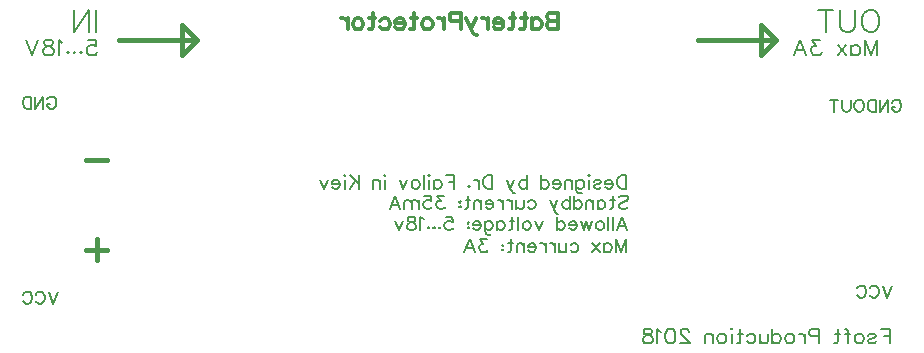
<source format=gbo>
G04 ---------------------------- Layer name :BOTTOM SILK LAYER*
G04 EasyEDA v5.6.15, Thu, 09 Aug 2018 00:10:23 GMT*
G04 1eb12ba90bff44d893ac4b1b4a3eba8c*
G04 Gerber Generator version 0.2*
G04 Scale: 100 percent, Rotated: No, Reflected: No *
G04 Dimensions in millimeters *
G04 leading zeros omitted , absolute positions ,3 integer and 3 decimal *
%FSLAX33Y33*%
%MOMM*%
G90*
G71D02*

%ADD11C,0.399999*%
%ADD15C,0.177800*%
%ADD16C,0.203200*%
%ADD17C,0.178003*%
%ADD39C,0.299999*%

%LPD*%
G54D11*
G01X10160Y27940D02*
G01X16764Y27940D01*
G01X15494Y29210D01*
G01X15494Y26670D01*
G01X16764Y27940D01*
G01X59182Y27940D02*
G01X65786Y27940D01*
G01X64516Y29210D01*
G01X64516Y26670D01*
G01X65786Y27940D01*
G01X7366Y17780D02*
G01X9144Y17780D01*
G01X8255Y9271D02*
G01X8255Y11049D01*
G01X7366Y10160D02*
G01X9144Y10160D01*
G54D39*
G01X47365Y30226D02*
G01X47365Y28794D01*
G01X47365Y30226D02*
G01X46751Y30226D01*
G01X46546Y30157D01*
G01X46478Y30089D01*
G01X46410Y29953D01*
G01X46410Y29816D01*
G01X46478Y29680D01*
G01X46546Y29612D01*
G01X46751Y29544D01*
G01X47365Y29544D02*
G01X46751Y29544D01*
G01X46546Y29475D01*
G01X46478Y29407D01*
G01X46410Y29271D01*
G01X46410Y29066D01*
G01X46478Y28930D01*
G01X46546Y28862D01*
G01X46751Y28794D01*
G01X47365Y28794D01*
G01X45142Y29748D02*
G01X45142Y28794D01*
G01X45142Y29544D02*
G01X45278Y29680D01*
G01X45415Y29748D01*
G01X45619Y29748D01*
G01X45755Y29680D01*
G01X45892Y29544D01*
G01X45960Y29339D01*
G01X45960Y29203D01*
G01X45892Y28998D01*
G01X45755Y28862D01*
G01X45619Y28794D01*
G01X45415Y28794D01*
G01X45278Y28862D01*
G01X45142Y28998D01*
G01X44487Y30226D02*
G01X44487Y29066D01*
G01X44419Y28862D01*
G01X44283Y28794D01*
G01X44146Y28794D01*
G01X44692Y29748D02*
G01X44215Y29748D01*
G01X43492Y30226D02*
G01X43492Y29066D01*
G01X43424Y28862D01*
G01X43287Y28794D01*
G01X43151Y28794D01*
G01X43696Y29748D02*
G01X43219Y29748D01*
G01X42701Y29339D02*
G01X41883Y29339D01*
G01X41883Y29475D01*
G01X41951Y29612D01*
G01X42019Y29680D01*
G01X42155Y29748D01*
G01X42360Y29748D01*
G01X42496Y29680D01*
G01X42633Y29544D01*
G01X42701Y29339D01*
G01X42701Y29203D01*
G01X42633Y28998D01*
G01X42496Y28862D01*
G01X42360Y28794D01*
G01X42155Y28794D01*
G01X42019Y28862D01*
G01X41883Y28998D01*
G01X41433Y29748D02*
G01X41433Y28794D01*
G01X41433Y29339D02*
G01X41365Y29544D01*
G01X41228Y29680D01*
G01X41092Y29748D01*
G01X40887Y29748D01*
G01X40369Y29748D02*
G01X39960Y28794D01*
G01X39551Y29748D02*
G01X39960Y28794D01*
G01X40096Y28521D01*
G01X40233Y28385D01*
G01X40369Y28316D01*
G01X40437Y28316D01*
G01X39101Y30226D02*
G01X39101Y28794D01*
G01X39101Y30226D02*
G01X38487Y30226D01*
G01X38283Y30157D01*
G01X38215Y30089D01*
G01X38146Y29953D01*
G01X38146Y29748D01*
G01X38215Y29612D01*
G01X38283Y29544D01*
G01X38487Y29475D01*
G01X39101Y29475D01*
G01X37696Y29748D02*
G01X37696Y28794D01*
G01X37696Y29339D02*
G01X37628Y29544D01*
G01X37492Y29680D01*
G01X37356Y29748D01*
G01X37151Y29748D01*
G01X36360Y29748D02*
G01X36496Y29680D01*
G01X36633Y29544D01*
G01X36701Y29339D01*
G01X36701Y29203D01*
G01X36633Y28998D01*
G01X36496Y28862D01*
G01X36360Y28794D01*
G01X36156Y28794D01*
G01X36019Y28862D01*
G01X35883Y28998D01*
G01X35815Y29203D01*
G01X35815Y29339D01*
G01X35883Y29544D01*
G01X36019Y29680D01*
G01X36156Y29748D01*
G01X36360Y29748D01*
G01X35160Y30226D02*
G01X35160Y29066D01*
G01X35092Y28862D01*
G01X34956Y28794D01*
G01X34819Y28794D01*
G01X35365Y29748D02*
G01X34887Y29748D01*
G01X34369Y29339D02*
G01X33551Y29339D01*
G01X33551Y29475D01*
G01X33619Y29612D01*
G01X33687Y29680D01*
G01X33824Y29748D01*
G01X34028Y29748D01*
G01X34165Y29680D01*
G01X34301Y29544D01*
G01X34369Y29339D01*
G01X34369Y29203D01*
G01X34301Y28998D01*
G01X34165Y28862D01*
G01X34028Y28794D01*
G01X33824Y28794D01*
G01X33687Y28862D01*
G01X33551Y28998D01*
G01X32283Y29544D02*
G01X32419Y29680D01*
G01X32556Y29748D01*
G01X32760Y29748D01*
G01X32896Y29680D01*
G01X33033Y29544D01*
G01X33101Y29339D01*
G01X33101Y29203D01*
G01X33033Y28998D01*
G01X32896Y28862D01*
G01X32760Y28794D01*
G01X32556Y28794D01*
G01X32419Y28862D01*
G01X32283Y28998D01*
G01X31628Y30226D02*
G01X31628Y29066D01*
G01X31560Y28862D01*
G01X31424Y28794D01*
G01X31287Y28794D01*
G01X31833Y29748D02*
G01X31356Y29748D01*
G01X30496Y29748D02*
G01X30633Y29680D01*
G01X30769Y29544D01*
G01X30837Y29339D01*
G01X30837Y29203D01*
G01X30769Y28998D01*
G01X30633Y28862D01*
G01X30496Y28794D01*
G01X30292Y28794D01*
G01X30156Y28862D01*
G01X30019Y28998D01*
G01X29951Y29203D01*
G01X29951Y29339D01*
G01X30019Y29544D01*
G01X30156Y29680D01*
G01X30292Y29748D01*
G01X30496Y29748D01*
G01X29501Y29748D02*
G01X29501Y28794D01*
G01X29501Y29339D02*
G01X29433Y29544D01*
G01X29296Y29680D01*
G01X29160Y29748D01*
G01X28956Y29748D01*
G54D16*
G01X75412Y3455D02*
G01X75412Y2214D01*
G01X75412Y3455D02*
G01X74644Y3455D01*
G01X75412Y2864D02*
G01X74940Y2864D01*
G01X73604Y2864D02*
G01X73663Y2982D01*
G01X73841Y3041D01*
G01X74018Y3041D01*
G01X74195Y2982D01*
G01X74254Y2864D01*
G01X74195Y2746D01*
G01X74077Y2687D01*
G01X73781Y2628D01*
G01X73663Y2568D01*
G01X73604Y2450D01*
G01X73604Y2391D01*
G01X73663Y2273D01*
G01X73841Y2214D01*
G01X74018Y2214D01*
G01X74195Y2273D01*
G01X74254Y2391D01*
G01X72919Y3041D02*
G01X73037Y2982D01*
G01X73155Y2864D01*
G01X73214Y2687D01*
G01X73214Y2568D01*
G01X73155Y2391D01*
G01X73037Y2273D01*
G01X72919Y2214D01*
G01X72741Y2214D01*
G01X72623Y2273D01*
G01X72505Y2391D01*
G01X72446Y2568D01*
G01X72446Y2687D01*
G01X72505Y2864D01*
G01X72623Y2982D01*
G01X72741Y3041D01*
G01X72919Y3041D01*
G01X71583Y3455D02*
G01X71701Y3455D01*
G01X71820Y3396D01*
G01X71879Y3218D01*
G01X71879Y2214D01*
G01X72056Y3041D02*
G01X71642Y3041D01*
G01X71016Y3455D02*
G01X71016Y2450D01*
G01X70957Y2273D01*
G01X70839Y2214D01*
G01X70721Y2214D01*
G01X71193Y3041D02*
G01X70780Y3041D01*
G01X69421Y3455D02*
G01X69421Y2214D01*
G01X69421Y3455D02*
G01X68889Y3455D01*
G01X68711Y3396D01*
G01X68652Y3337D01*
G01X68593Y3218D01*
G01X68593Y3041D01*
G01X68652Y2923D01*
G01X68711Y2864D01*
G01X68889Y2805D01*
G01X69421Y2805D01*
G01X68203Y3041D02*
G01X68203Y2214D01*
G01X68203Y2687D02*
G01X68144Y2864D01*
G01X68026Y2982D01*
G01X67908Y3041D01*
G01X67731Y3041D01*
G01X67045Y3041D02*
G01X67163Y2982D01*
G01X67281Y2864D01*
G01X67341Y2687D01*
G01X67341Y2568D01*
G01X67281Y2391D01*
G01X67163Y2273D01*
G01X67045Y2214D01*
G01X66868Y2214D01*
G01X66750Y2273D01*
G01X66631Y2391D01*
G01X66572Y2568D01*
G01X66572Y2687D01*
G01X66631Y2864D01*
G01X66750Y2982D01*
G01X66868Y3041D01*
G01X67045Y3041D01*
G01X65473Y3455D02*
G01X65473Y2214D01*
G01X65473Y2864D02*
G01X65591Y2982D01*
G01X65710Y3041D01*
G01X65887Y3041D01*
G01X66005Y2982D01*
G01X66123Y2864D01*
G01X66182Y2687D01*
G01X66182Y2568D01*
G01X66123Y2391D01*
G01X66005Y2273D01*
G01X65887Y2214D01*
G01X65710Y2214D01*
G01X65591Y2273D01*
G01X65473Y2391D01*
G01X65083Y3041D02*
G01X65083Y2450D01*
G01X65024Y2273D01*
G01X64906Y2214D01*
G01X64729Y2214D01*
G01X64611Y2273D01*
G01X64433Y2450D01*
G01X64433Y3041D02*
G01X64433Y2214D01*
G01X63334Y2864D02*
G01X63452Y2982D01*
G01X63571Y3041D01*
G01X63748Y3041D01*
G01X63866Y2982D01*
G01X63984Y2864D01*
G01X64043Y2687D01*
G01X64043Y2568D01*
G01X63984Y2391D01*
G01X63866Y2273D01*
G01X63748Y2214D01*
G01X63571Y2214D01*
G01X63452Y2273D01*
G01X63334Y2391D01*
G01X62767Y3455D02*
G01X62767Y2450D01*
G01X62708Y2273D01*
G01X62590Y2214D01*
G01X62471Y2214D01*
G01X62944Y3041D02*
G01X62531Y3041D01*
G01X62081Y3455D02*
G01X62022Y3396D01*
G01X61963Y3455D01*
G01X62022Y3514D01*
G01X62081Y3455D01*
G01X62022Y3041D02*
G01X62022Y2214D01*
G01X61278Y3041D02*
G01X61396Y2982D01*
G01X61514Y2864D01*
G01X61573Y2687D01*
G01X61573Y2568D01*
G01X61514Y2391D01*
G01X61396Y2273D01*
G01X61278Y2214D01*
G01X61101Y2214D01*
G01X60982Y2273D01*
G01X60864Y2391D01*
G01X60805Y2568D01*
G01X60805Y2687D01*
G01X60864Y2864D01*
G01X60982Y2982D01*
G01X61101Y3041D01*
G01X61278Y3041D01*
G01X60415Y3041D02*
G01X60415Y2214D01*
G01X60415Y2805D02*
G01X60238Y2982D01*
G01X60120Y3041D01*
G01X59942Y3041D01*
G01X59824Y2982D01*
G01X59765Y2805D01*
G01X59765Y2214D01*
G01X58406Y3159D02*
G01X58406Y3218D01*
G01X58347Y3337D01*
G01X58288Y3396D01*
G01X58170Y3455D01*
G01X57933Y3455D01*
G01X57815Y3396D01*
G01X57756Y3337D01*
G01X57697Y3218D01*
G01X57697Y3100D01*
G01X57756Y2982D01*
G01X57874Y2805D01*
G01X58465Y2214D01*
G01X57638Y2214D01*
G01X56893Y3455D02*
G01X57071Y3396D01*
G01X57189Y3218D01*
G01X57248Y2923D01*
G01X57248Y2746D01*
G01X57189Y2450D01*
G01X57071Y2273D01*
G01X56893Y2214D01*
G01X56775Y2214D01*
G01X56598Y2273D01*
G01X56480Y2450D01*
G01X56421Y2746D01*
G01X56421Y2923D01*
G01X56480Y3218D01*
G01X56598Y3396D01*
G01X56775Y3455D01*
G01X56893Y3455D01*
G01X56031Y3218D02*
G01X55912Y3278D01*
G01X55735Y3455D01*
G01X55735Y2214D01*
G01X55050Y3455D02*
G01X55227Y3396D01*
G01X55286Y3278D01*
G01X55286Y3159D01*
G01X55227Y3041D01*
G01X55109Y2982D01*
G01X54872Y2923D01*
G01X54695Y2864D01*
G01X54577Y2746D01*
G01X54518Y2628D01*
G01X54518Y2450D01*
G01X54577Y2332D01*
G01X54636Y2273D01*
G01X54813Y2214D01*
G01X55050Y2214D01*
G01X55227Y2273D01*
G01X55286Y2332D01*
G01X55345Y2450D01*
G01X55345Y2628D01*
G01X55286Y2746D01*
G01X55168Y2864D01*
G01X54991Y2923D01*
G01X54754Y2982D01*
G01X54636Y3041D01*
G01X54577Y3159D01*
G01X54577Y3278D01*
G01X54636Y3396D01*
G01X54813Y3455D01*
G01X55050Y3455D01*
G01X53108Y16455D02*
G01X53108Y15310D01*
G01X53108Y16455D02*
G01X52727Y16455D01*
G01X52563Y16400D01*
G01X52454Y16291D01*
G01X52399Y16182D01*
G01X52345Y16019D01*
G01X52345Y15746D01*
G01X52399Y15582D01*
G01X52454Y15473D01*
G01X52563Y15364D01*
G01X52727Y15310D01*
G01X53108Y15310D01*
G01X51985Y15746D02*
G01X51330Y15746D01*
G01X51330Y15855D01*
G01X51385Y15964D01*
G01X51439Y16019D01*
G01X51548Y16073D01*
G01X51712Y16073D01*
G01X51821Y16019D01*
G01X51930Y15910D01*
G01X51985Y15746D01*
G01X51985Y15637D01*
G01X51930Y15473D01*
G01X51821Y15364D01*
G01X51712Y15310D01*
G01X51548Y15310D01*
G01X51439Y15364D01*
G01X51330Y15473D01*
G01X50370Y15910D02*
G01X50425Y16019D01*
G01X50588Y16073D01*
G01X50752Y16073D01*
G01X50916Y16019D01*
G01X50970Y15910D01*
G01X50916Y15800D01*
G01X50807Y15746D01*
G01X50534Y15691D01*
G01X50425Y15637D01*
G01X50370Y15528D01*
G01X50370Y15473D01*
G01X50425Y15364D01*
G01X50588Y15310D01*
G01X50752Y15310D01*
G01X50916Y15364D01*
G01X50970Y15473D01*
G01X50010Y16455D02*
G01X49956Y16400D01*
G01X49901Y16455D01*
G01X49956Y16510D01*
G01X50010Y16455D01*
G01X49956Y16073D02*
G01X49956Y15310D01*
G01X48887Y16073D02*
G01X48887Y15200D01*
G01X48941Y15037D01*
G01X48996Y14982D01*
G01X49105Y14928D01*
G01X49268Y14928D01*
G01X49377Y14982D01*
G01X48887Y15910D02*
G01X48996Y16019D01*
G01X49105Y16073D01*
G01X49268Y16073D01*
G01X49377Y16019D01*
G01X49487Y15910D01*
G01X49541Y15746D01*
G01X49541Y15637D01*
G01X49487Y15473D01*
G01X49377Y15364D01*
G01X49268Y15310D01*
G01X49105Y15310D01*
G01X48996Y15364D01*
G01X48887Y15473D01*
G01X48527Y16073D02*
G01X48527Y15310D01*
G01X48527Y15855D02*
G01X48363Y16019D01*
G01X48254Y16073D01*
G01X48090Y16073D01*
G01X47981Y16019D01*
G01X47927Y15855D01*
G01X47927Y15310D01*
G01X47567Y15746D02*
G01X46912Y15746D01*
G01X46912Y15855D01*
G01X46967Y15964D01*
G01X47021Y16019D01*
G01X47130Y16073D01*
G01X47294Y16073D01*
G01X47403Y16019D01*
G01X47512Y15910D01*
G01X47567Y15746D01*
G01X47567Y15637D01*
G01X47512Y15473D01*
G01X47403Y15364D01*
G01X47294Y15310D01*
G01X47130Y15310D01*
G01X47021Y15364D01*
G01X46912Y15473D01*
G01X45897Y16455D02*
G01X45897Y15310D01*
G01X45897Y15910D02*
G01X46007Y16019D01*
G01X46116Y16073D01*
G01X46279Y16073D01*
G01X46388Y16019D01*
G01X46497Y15910D01*
G01X46552Y15746D01*
G01X46552Y15637D01*
G01X46497Y15473D01*
G01X46388Y15364D01*
G01X46279Y15310D01*
G01X46116Y15310D01*
G01X46007Y15364D01*
G01X45897Y15473D01*
G01X44697Y16455D02*
G01X44697Y15310D01*
G01X44697Y15910D02*
G01X44588Y16019D01*
G01X44479Y16073D01*
G01X44316Y16073D01*
G01X44207Y16019D01*
G01X44097Y15910D01*
G01X44043Y15746D01*
G01X44043Y15637D01*
G01X44097Y15473D01*
G01X44207Y15364D01*
G01X44316Y15310D01*
G01X44479Y15310D01*
G01X44588Y15364D01*
G01X44697Y15473D01*
G01X43628Y16073D02*
G01X43301Y15310D01*
G01X42974Y16073D02*
G01X43301Y15310D01*
G01X43410Y15091D01*
G01X43519Y14982D01*
G01X43628Y14928D01*
G01X43683Y14928D01*
G01X41774Y16455D02*
G01X41774Y15310D01*
G01X41774Y16455D02*
G01X41392Y16455D01*
G01X41228Y16400D01*
G01X41119Y16291D01*
G01X41065Y16182D01*
G01X41010Y16019D01*
G01X41010Y15746D01*
G01X41065Y15582D01*
G01X41119Y15473D01*
G01X41228Y15364D01*
G01X41392Y15310D01*
G01X41774Y15310D01*
G01X40650Y16073D02*
G01X40650Y15310D01*
G01X40650Y15746D02*
G01X40596Y15910D01*
G01X40487Y16019D01*
G01X40377Y16073D01*
G01X40214Y16073D01*
G01X39799Y15582D02*
G01X39854Y15528D01*
G01X39799Y15473D01*
G01X39745Y15528D01*
G01X39799Y15582D01*
G01X38545Y16455D02*
G01X38545Y15310D01*
G01X38545Y16455D02*
G01X37836Y16455D01*
G01X38545Y15910D02*
G01X38108Y15910D01*
G01X36821Y16073D02*
G01X36821Y15310D01*
G01X36821Y15910D02*
G01X36930Y16019D01*
G01X37039Y16073D01*
G01X37203Y16073D01*
G01X37312Y16019D01*
G01X37421Y15910D01*
G01X37476Y15746D01*
G01X37476Y15637D01*
G01X37421Y15473D01*
G01X37312Y15364D01*
G01X37203Y15310D01*
G01X37039Y15310D01*
G01X36930Y15364D01*
G01X36821Y15473D01*
G01X36461Y16455D02*
G01X36407Y16400D01*
G01X36352Y16455D01*
G01X36407Y16510D01*
G01X36461Y16455D01*
G01X36407Y16073D02*
G01X36407Y15310D01*
G01X35992Y16455D02*
G01X35992Y15310D01*
G01X35359Y16073D02*
G01X35468Y16019D01*
G01X35577Y15910D01*
G01X35632Y15746D01*
G01X35632Y15637D01*
G01X35577Y15473D01*
G01X35468Y15364D01*
G01X35359Y15310D01*
G01X35196Y15310D01*
G01X35087Y15364D01*
G01X34977Y15473D01*
G01X34923Y15637D01*
G01X34923Y15746D01*
G01X34977Y15910D01*
G01X35087Y16019D01*
G01X35196Y16073D01*
G01X35359Y16073D01*
G01X34563Y16073D02*
G01X34236Y15310D01*
G01X33908Y16073D02*
G01X34236Y15310D01*
G01X32708Y16455D02*
G01X32654Y16400D01*
G01X32599Y16455D01*
G01X32654Y16510D01*
G01X32708Y16455D01*
G01X32654Y16073D02*
G01X32654Y15310D01*
G01X32239Y16073D02*
G01X32239Y15310D01*
G01X32239Y15855D02*
G01X32076Y16019D01*
G01X31967Y16073D01*
G01X31803Y16073D01*
G01X31694Y16019D01*
G01X31639Y15855D01*
G01X31639Y15310D01*
G01X30439Y16455D02*
G01X30439Y15310D01*
G01X29676Y16455D02*
G01X30439Y15691D01*
G01X30167Y15964D02*
G01X29676Y15310D01*
G01X29316Y16455D02*
G01X29261Y16400D01*
G01X29207Y16455D01*
G01X29261Y16510D01*
G01X29316Y16455D01*
G01X29261Y16073D02*
G01X29261Y15310D01*
G01X28847Y15746D02*
G01X28192Y15746D01*
G01X28192Y15855D01*
G01X28247Y15964D01*
G01X28301Y16019D01*
G01X28410Y16073D01*
G01X28574Y16073D01*
G01X28683Y16019D01*
G01X28792Y15910D01*
G01X28847Y15746D01*
G01X28847Y15637D01*
G01X28792Y15473D01*
G01X28683Y15364D01*
G01X28574Y15310D01*
G01X28410Y15310D01*
G01X28301Y15364D01*
G01X28192Y15473D01*
G01X27832Y16073D02*
G01X27505Y15310D01*
G01X27177Y16073D02*
G01X27505Y15310D01*
G01X52488Y14568D02*
G01X52597Y14677D01*
G01X52761Y14732D01*
G01X52979Y14732D01*
G01X53143Y14677D01*
G01X53252Y14568D01*
G01X53252Y14459D01*
G01X53197Y14350D01*
G01X53143Y14295D01*
G01X53033Y14241D01*
G01X52706Y14132D01*
G01X52597Y14077D01*
G01X52543Y14022D01*
G01X52488Y13913D01*
G01X52488Y13750D01*
G01X52597Y13641D01*
G01X52761Y13586D01*
G01X52979Y13586D01*
G01X53143Y13641D01*
G01X53252Y13750D01*
G01X51964Y14732D02*
G01X51964Y13804D01*
G01X51910Y13641D01*
G01X51801Y13586D01*
G01X51692Y13586D01*
G01X52128Y14350D02*
G01X51746Y14350D01*
G01X50677Y14350D02*
G01X50677Y13586D01*
G01X50677Y14186D02*
G01X50786Y14295D01*
G01X50895Y14350D01*
G01X51059Y14350D01*
G01X51168Y14295D01*
G01X51277Y14186D01*
G01X51332Y14022D01*
G01X51332Y13913D01*
G01X51277Y13750D01*
G01X51168Y13641D01*
G01X51059Y13586D01*
G01X50895Y13586D01*
G01X50786Y13641D01*
G01X50677Y13750D01*
G01X50317Y14350D02*
G01X50317Y13586D01*
G01X50317Y14132D02*
G01X50153Y14295D01*
G01X50044Y14350D01*
G01X49881Y14350D01*
G01X49772Y14295D01*
G01X49717Y14132D01*
G01X49717Y13586D01*
G01X48703Y14732D02*
G01X48703Y13586D01*
G01X48703Y14186D02*
G01X48812Y14295D01*
G01X48921Y14350D01*
G01X49084Y14350D01*
G01X49193Y14295D01*
G01X49303Y14186D01*
G01X49357Y14022D01*
G01X49357Y13913D01*
G01X49303Y13750D01*
G01X49193Y13641D01*
G01X49084Y13586D01*
G01X48921Y13586D01*
G01X48812Y13641D01*
G01X48703Y13750D01*
G01X48343Y14732D02*
G01X48343Y13586D01*
G01X48343Y14186D02*
G01X48233Y14295D01*
G01X48124Y14350D01*
G01X47961Y14350D01*
G01X47852Y14295D01*
G01X47743Y14186D01*
G01X47688Y14022D01*
G01X47688Y13913D01*
G01X47743Y13750D01*
G01X47852Y13641D01*
G01X47961Y13586D01*
G01X48124Y13586D01*
G01X48233Y13641D01*
G01X48343Y13750D01*
G01X47273Y14350D02*
G01X46946Y13586D01*
G01X46619Y14350D02*
G01X46946Y13586D01*
G01X47055Y13368D01*
G01X47164Y13259D01*
G01X47273Y13204D01*
G01X47328Y13204D01*
G01X44764Y14186D02*
G01X44873Y14295D01*
G01X44983Y14350D01*
G01X45146Y14350D01*
G01X45255Y14295D01*
G01X45364Y14186D01*
G01X45419Y14022D01*
G01X45419Y13913D01*
G01X45364Y13750D01*
G01X45255Y13641D01*
G01X45146Y13586D01*
G01X44983Y13586D01*
G01X44873Y13641D01*
G01X44764Y13750D01*
G01X44404Y14350D02*
G01X44404Y13804D01*
G01X44350Y13641D01*
G01X44241Y13586D01*
G01X44077Y13586D01*
G01X43968Y13641D01*
G01X43804Y13804D01*
G01X43804Y14350D02*
G01X43804Y13586D01*
G01X43444Y14350D02*
G01X43444Y13586D01*
G01X43444Y14022D02*
G01X43390Y14186D01*
G01X43281Y14295D01*
G01X43172Y14350D01*
G01X43008Y14350D01*
G01X42648Y14350D02*
G01X42648Y13586D01*
G01X42648Y14022D02*
G01X42593Y14186D01*
G01X42484Y14295D01*
G01X42375Y14350D01*
G01X42212Y14350D01*
G01X41852Y14022D02*
G01X41197Y14022D01*
G01X41197Y14132D01*
G01X41252Y14241D01*
G01X41306Y14295D01*
G01X41415Y14350D01*
G01X41579Y14350D01*
G01X41688Y14295D01*
G01X41797Y14186D01*
G01X41852Y14022D01*
G01X41852Y13913D01*
G01X41797Y13750D01*
G01X41688Y13641D01*
G01X41579Y13586D01*
G01X41415Y13586D01*
G01X41306Y13641D01*
G01X41197Y13750D01*
G01X40837Y14350D02*
G01X40837Y13586D01*
G01X40837Y14132D02*
G01X40673Y14295D01*
G01X40564Y14350D01*
G01X40401Y14350D01*
G01X40292Y14295D01*
G01X40237Y14132D01*
G01X40237Y13586D01*
G01X39713Y14732D02*
G01X39713Y13804D01*
G01X39659Y13641D01*
G01X39550Y13586D01*
G01X39441Y13586D01*
G01X39877Y14350D02*
G01X39495Y14350D01*
G01X39026Y14241D02*
G01X39081Y14186D01*
G01X39026Y14132D01*
G01X38972Y14186D01*
G01X39026Y14241D01*
G01X39026Y13859D02*
G01X39081Y13804D01*
G01X39026Y13750D01*
G01X38972Y13804D01*
G01X39026Y13859D01*
G01X37663Y14732D02*
G01X37063Y14732D01*
G01X37390Y14295D01*
G01X37226Y14295D01*
G01X37117Y14241D01*
G01X37063Y14186D01*
G01X37008Y14022D01*
G01X37008Y13913D01*
G01X37063Y13750D01*
G01X37172Y13641D01*
G01X37335Y13586D01*
G01X37499Y13586D01*
G01X37663Y13641D01*
G01X37717Y13695D01*
G01X37772Y13804D01*
G01X35993Y14732D02*
G01X36539Y14732D01*
G01X36593Y14241D01*
G01X36539Y14295D01*
G01X36375Y14350D01*
G01X36212Y14350D01*
G01X36048Y14295D01*
G01X35939Y14186D01*
G01X35884Y14022D01*
G01X35884Y13913D01*
G01X35939Y13750D01*
G01X36048Y13641D01*
G01X36212Y13586D01*
G01X36375Y13586D01*
G01X36539Y13641D01*
G01X36593Y13695D01*
G01X36648Y13804D01*
G01X35524Y14350D02*
G01X35524Y13586D01*
G01X35524Y14132D02*
G01X35361Y14295D01*
G01X35252Y14350D01*
G01X35088Y14350D01*
G01X34979Y14295D01*
G01X34924Y14132D01*
G01X34924Y13586D01*
G01X34924Y14132D02*
G01X34761Y14295D01*
G01X34652Y14350D01*
G01X34488Y14350D01*
G01X34379Y14295D01*
G01X34324Y14132D01*
G01X34324Y13586D01*
G01X33528Y14732D02*
G01X33964Y13586D01*
G01X33528Y14732D02*
G01X33092Y13586D01*
G01X33801Y13968D02*
G01X33255Y13968D01*
G01X52749Y12954D02*
G01X53186Y11808D01*
G01X52749Y12954D02*
G01X52313Y11808D01*
G01X53022Y12190D02*
G01X52477Y12190D01*
G01X51953Y12954D02*
G01X51953Y11808D01*
G01X51593Y12954D02*
G01X51593Y11808D01*
G01X50960Y12572D02*
G01X51069Y12517D01*
G01X51178Y12408D01*
G01X51233Y12244D01*
G01X51233Y12135D01*
G01X51178Y11972D01*
G01X51069Y11863D01*
G01X50960Y11808D01*
G01X50797Y11808D01*
G01X50687Y11863D01*
G01X50578Y11972D01*
G01X50524Y12135D01*
G01X50524Y12244D01*
G01X50578Y12408D01*
G01X50687Y12517D01*
G01X50797Y12572D01*
G01X50960Y12572D01*
G01X50164Y12572D02*
G01X49946Y11808D01*
G01X49727Y12572D02*
G01X49946Y11808D01*
G01X49727Y12572D02*
G01X49509Y11808D01*
G01X49291Y12572D02*
G01X49509Y11808D01*
G01X48931Y12244D02*
G01X48277Y12244D01*
G01X48277Y12354D01*
G01X48331Y12463D01*
G01X48386Y12517D01*
G01X48495Y12572D01*
G01X48658Y12572D01*
G01X48767Y12517D01*
G01X48877Y12408D01*
G01X48931Y12244D01*
G01X48931Y12135D01*
G01X48877Y11972D01*
G01X48767Y11863D01*
G01X48658Y11808D01*
G01X48495Y11808D01*
G01X48386Y11863D01*
G01X48277Y11972D01*
G01X47262Y12954D02*
G01X47262Y11808D01*
G01X47262Y12408D02*
G01X47371Y12517D01*
G01X47480Y12572D01*
G01X47644Y12572D01*
G01X47753Y12517D01*
G01X47862Y12408D01*
G01X47917Y12244D01*
G01X47917Y12135D01*
G01X47862Y11972D01*
G01X47753Y11863D01*
G01X47644Y11808D01*
G01X47480Y11808D01*
G01X47371Y11863D01*
G01X47262Y11972D01*
G01X46062Y12572D02*
G01X45735Y11808D01*
G01X45407Y12572D02*
G01X45735Y11808D01*
G01X44775Y12572D02*
G01X44884Y12517D01*
G01X44993Y12408D01*
G01X45047Y12244D01*
G01X45047Y12135D01*
G01X44993Y11972D01*
G01X44884Y11863D01*
G01X44775Y11808D01*
G01X44611Y11808D01*
G01X44502Y11863D01*
G01X44393Y11972D01*
G01X44338Y12135D01*
G01X44338Y12244D01*
G01X44393Y12408D01*
G01X44502Y12517D01*
G01X44611Y12572D01*
G01X44775Y12572D01*
G01X43978Y12954D02*
G01X43978Y11808D01*
G01X43455Y12954D02*
G01X43455Y12026D01*
G01X43400Y11863D01*
G01X43291Y11808D01*
G01X43182Y11808D01*
G01X43618Y12572D02*
G01X43237Y12572D01*
G01X42167Y12572D02*
G01X42167Y11808D01*
G01X42167Y12408D02*
G01X42277Y12517D01*
G01X42386Y12572D01*
G01X42549Y12572D01*
G01X42658Y12517D01*
G01X42767Y12408D01*
G01X42822Y12244D01*
G01X42822Y12135D01*
G01X42767Y11972D01*
G01X42658Y11863D01*
G01X42549Y11808D01*
G01X42386Y11808D01*
G01X42277Y11863D01*
G01X42167Y11972D01*
G01X41153Y12572D02*
G01X41153Y11699D01*
G01X41207Y11535D01*
G01X41262Y11481D01*
G01X41371Y11426D01*
G01X41535Y11426D01*
G01X41644Y11481D01*
G01X41153Y12408D02*
G01X41262Y12517D01*
G01X41371Y12572D01*
G01X41535Y12572D01*
G01X41644Y12517D01*
G01X41753Y12408D01*
G01X41807Y12244D01*
G01X41807Y12135D01*
G01X41753Y11972D01*
G01X41644Y11863D01*
G01X41535Y11808D01*
G01X41371Y11808D01*
G01X41262Y11863D01*
G01X41153Y11972D01*
G01X40793Y12244D02*
G01X40138Y12244D01*
G01X40138Y12354D01*
G01X40193Y12463D01*
G01X40247Y12517D01*
G01X40357Y12572D01*
G01X40520Y12572D01*
G01X40629Y12517D01*
G01X40738Y12408D01*
G01X40793Y12244D01*
G01X40793Y12135D01*
G01X40738Y11972D01*
G01X40629Y11863D01*
G01X40520Y11808D01*
G01X40357Y11808D01*
G01X40247Y11863D01*
G01X40138Y11972D01*
G01X39724Y12463D02*
G01X39778Y12408D01*
G01X39724Y12354D01*
G01X39669Y12408D01*
G01X39724Y12463D01*
G01X39724Y12081D02*
G01X39778Y12026D01*
G01X39724Y11972D01*
G01X39669Y12026D01*
G01X39724Y12081D01*
G01X37815Y12954D02*
G01X38360Y12954D01*
G01X38415Y12463D01*
G01X38360Y12517D01*
G01X38197Y12572D01*
G01X38033Y12572D01*
G01X37869Y12517D01*
G01X37760Y12408D01*
G01X37706Y12244D01*
G01X37706Y12135D01*
G01X37760Y11972D01*
G01X37869Y11863D01*
G01X38033Y11808D01*
G01X38197Y11808D01*
G01X38360Y11863D01*
G01X38415Y11917D01*
G01X38469Y12026D01*
G01X37291Y12081D02*
G01X37346Y12026D01*
G01X37291Y11972D01*
G01X37237Y12026D01*
G01X37291Y12081D01*
G01X36822Y12081D02*
G01X36877Y12026D01*
G01X36822Y11972D01*
G01X36767Y12026D01*
G01X36822Y12081D01*
G01X36353Y12081D02*
G01X36407Y12026D01*
G01X36353Y11972D01*
G01X36298Y12026D01*
G01X36353Y12081D01*
G01X35938Y12735D02*
G01X35829Y12790D01*
G01X35666Y12954D01*
G01X35666Y11808D01*
G01X35033Y12954D02*
G01X35197Y12899D01*
G01X35251Y12790D01*
G01X35251Y12681D01*
G01X35197Y12572D01*
G01X35087Y12517D01*
G01X34869Y12463D01*
G01X34706Y12408D01*
G01X34597Y12299D01*
G01X34542Y12190D01*
G01X34542Y12026D01*
G01X34597Y11917D01*
G01X34651Y11863D01*
G01X34815Y11808D01*
G01X35033Y11808D01*
G01X35197Y11863D01*
G01X35251Y11917D01*
G01X35306Y12026D01*
G01X35306Y12190D01*
G01X35251Y12299D01*
G01X35142Y12408D01*
G01X34978Y12463D01*
G01X34760Y12517D01*
G01X34651Y12572D01*
G01X34597Y12681D01*
G01X34597Y12790D01*
G01X34651Y12899D01*
G01X34815Y12954D01*
G01X35033Y12954D01*
G01X34182Y12572D02*
G01X33855Y11808D01*
G01X33528Y12572D02*
G01X33855Y11808D01*
G01X53086Y11068D02*
G01X53086Y9923D01*
G01X53086Y11068D02*
G01X52649Y9923D01*
G01X52213Y11068D02*
G01X52649Y9923D01*
G01X52213Y11068D02*
G01X52213Y9923D01*
G01X51198Y10686D02*
G01X51198Y9923D01*
G01X51198Y10523D02*
G01X51307Y10632D01*
G01X51416Y10686D01*
G01X51580Y10686D01*
G01X51689Y10632D01*
G01X51798Y10523D01*
G01X51853Y10359D01*
G01X51853Y10250D01*
G01X51798Y10086D01*
G01X51689Y9977D01*
G01X51580Y9923D01*
G01X51416Y9923D01*
G01X51307Y9977D01*
G01X51198Y10086D01*
G01X50838Y10686D02*
G01X50238Y9923D01*
G01X50238Y10686D02*
G01X50838Y9923D01*
G01X48384Y10523D02*
G01X48493Y10632D01*
G01X48602Y10686D01*
G01X48766Y10686D01*
G01X48875Y10632D01*
G01X48984Y10523D01*
G01X49038Y10359D01*
G01X49038Y10250D01*
G01X48984Y10086D01*
G01X48875Y9977D01*
G01X48766Y9923D01*
G01X48602Y9923D01*
G01X48493Y9977D01*
G01X48384Y10086D01*
G01X48024Y10686D02*
G01X48024Y10141D01*
G01X47969Y9977D01*
G01X47860Y9923D01*
G01X47696Y9923D01*
G01X47587Y9977D01*
G01X47424Y10141D01*
G01X47424Y10686D02*
G01X47424Y9923D01*
G01X47064Y10686D02*
G01X47064Y9923D01*
G01X47064Y10359D02*
G01X47009Y10523D01*
G01X46900Y10632D01*
G01X46791Y10686D01*
G01X46627Y10686D01*
G01X46267Y10686D02*
G01X46267Y9923D01*
G01X46267Y10359D02*
G01X46213Y10523D01*
G01X46104Y10632D01*
G01X45995Y10686D01*
G01X45831Y10686D01*
G01X45471Y10359D02*
G01X44816Y10359D01*
G01X44816Y10468D01*
G01X44871Y10577D01*
G01X44926Y10632D01*
G01X45035Y10686D01*
G01X45198Y10686D01*
G01X45307Y10632D01*
G01X45416Y10523D01*
G01X45471Y10359D01*
G01X45471Y10250D01*
G01X45416Y10086D01*
G01X45307Y9977D01*
G01X45198Y9923D01*
G01X45035Y9923D01*
G01X44926Y9977D01*
G01X44816Y10086D01*
G01X44456Y10686D02*
G01X44456Y9923D01*
G01X44456Y10468D02*
G01X44293Y10632D01*
G01X44184Y10686D01*
G01X44020Y10686D01*
G01X43911Y10632D01*
G01X43856Y10468D01*
G01X43856Y9923D01*
G01X43333Y11068D02*
G01X43333Y10141D01*
G01X43278Y9977D01*
G01X43169Y9923D01*
G01X43060Y9923D01*
G01X43496Y10686D02*
G01X43115Y10686D01*
G01X42646Y10577D02*
G01X42700Y10523D01*
G01X42646Y10468D01*
G01X42591Y10523D01*
G01X42646Y10577D01*
G01X42646Y10195D02*
G01X42700Y10141D01*
G01X42646Y10086D01*
G01X42591Y10141D01*
G01X42646Y10195D01*
G01X41282Y11068D02*
G01X40682Y11068D01*
G01X41009Y10632D01*
G01X40846Y10632D01*
G01X40736Y10577D01*
G01X40682Y10523D01*
G01X40627Y10359D01*
G01X40627Y10250D01*
G01X40682Y10086D01*
G01X40791Y9977D01*
G01X40955Y9923D01*
G01X41118Y9923D01*
G01X41282Y9977D01*
G01X41336Y10032D01*
G01X41391Y10141D01*
G01X39831Y11068D02*
G01X40267Y9923D01*
G01X39831Y11068D02*
G01X39395Y9923D01*
G01X40104Y10304D02*
G01X39558Y10304D01*
G54D15*
G01X8222Y30479D02*
G01X8222Y28570D01*
G01X7622Y30479D02*
G01X7622Y28570D01*
G01X7622Y30479D02*
G01X6350Y28570D01*
G01X6350Y30479D02*
G01X6350Y28570D01*
G01X73996Y30480D02*
G01X74178Y30389D01*
G01X74360Y30207D01*
G01X74451Y30025D01*
G01X74541Y29752D01*
G01X74541Y29298D01*
G01X74451Y29025D01*
G01X74360Y28843D01*
G01X74178Y28661D01*
G01X73996Y28570D01*
G01X73632Y28570D01*
G01X73451Y28661D01*
G01X73269Y28843D01*
G01X73178Y29025D01*
G01X73087Y29298D01*
G01X73087Y29752D01*
G01X73178Y30025D01*
G01X73269Y30207D01*
G01X73451Y30389D01*
G01X73632Y30480D01*
G01X73996Y30480D01*
G01X72487Y30480D02*
G01X72487Y29116D01*
G01X72396Y28843D01*
G01X72214Y28661D01*
G01X71941Y28570D01*
G01X71760Y28570D01*
G01X71487Y28661D01*
G01X71305Y28843D01*
G01X71214Y29116D01*
G01X71214Y30480D01*
G01X69978Y30480D02*
G01X69978Y28570D01*
G01X70614Y30480D02*
G01X69341Y30480D01*
G54D17*
G01X4091Y22864D02*
G01X4142Y22964D01*
G01X4242Y23064D01*
G01X4342Y23114D01*
G01X4542Y23114D01*
G01X4642Y23064D01*
G01X4742Y22964D01*
G01X4791Y22864D01*
G01X4842Y22714D01*
G01X4842Y22464D01*
G01X4791Y22314D01*
G01X4742Y22214D01*
G01X4642Y22114D01*
G01X4542Y22064D01*
G01X4342Y22064D01*
G01X4242Y22114D01*
G01X4142Y22214D01*
G01X4091Y22314D01*
G01X4091Y22464D01*
G01X4342Y22464D02*
G01X4091Y22464D01*
G01X3761Y23114D02*
G01X3761Y22064D01*
G01X3761Y23114D02*
G01X3061Y22064D01*
G01X3061Y23114D02*
G01X3061Y22064D01*
G01X2731Y23114D02*
G01X2731Y22064D01*
G01X2731Y23114D02*
G01X2382Y23114D01*
G01X2231Y23064D01*
G01X2131Y22964D01*
G01X2082Y22864D01*
G01X2032Y22714D01*
G01X2032Y22464D01*
G01X2082Y22314D01*
G01X2131Y22214D01*
G01X2231Y22114D01*
G01X2382Y22064D01*
G01X2731Y22064D01*
G01X4991Y6604D02*
G01X4591Y5553D01*
G01X4191Y6604D02*
G01X4591Y5553D01*
G01X3111Y6353D02*
G01X3161Y6453D01*
G01X3261Y6553D01*
G01X3361Y6604D01*
G01X3561Y6604D01*
G01X3661Y6553D01*
G01X3761Y6453D01*
G01X3811Y6353D01*
G01X3861Y6204D01*
G01X3861Y5953D01*
G01X3811Y5804D01*
G01X3761Y5704D01*
G01X3661Y5604D01*
G01X3561Y5553D01*
G01X3361Y5553D01*
G01X3261Y5604D01*
G01X3161Y5704D01*
G01X3111Y5804D01*
G01X2031Y6353D02*
G01X2081Y6453D01*
G01X2181Y6553D01*
G01X2281Y6604D01*
G01X2481Y6604D01*
G01X2581Y6553D01*
G01X2681Y6453D01*
G01X2731Y6353D01*
G01X2781Y6204D01*
G01X2781Y5953D01*
G01X2731Y5804D01*
G01X2681Y5704D01*
G01X2581Y5604D01*
G01X2481Y5553D01*
G01X2281Y5553D01*
G01X2181Y5604D01*
G01X2081Y5704D01*
G01X2031Y5804D01*
G01X75608Y22609D02*
G01X75658Y22709D01*
G01X75758Y22809D01*
G01X75858Y22860D01*
G01X76058Y22860D01*
G01X76158Y22809D01*
G01X76258Y22709D01*
G01X76308Y22609D01*
G01X76358Y22460D01*
G01X76358Y22209D01*
G01X76308Y22060D01*
G01X76258Y21960D01*
G01X76158Y21860D01*
G01X76058Y21809D01*
G01X75858Y21809D01*
G01X75758Y21860D01*
G01X75658Y21960D01*
G01X75608Y22060D01*
G01X75608Y22209D01*
G01X75858Y22209D02*
G01X75608Y22209D01*
G01X75278Y22860D02*
G01X75278Y21809D01*
G01X75278Y22860D02*
G01X74578Y21809D01*
G01X74578Y22860D02*
G01X74578Y21809D01*
G01X74248Y22860D02*
G01X74248Y21809D01*
G01X74248Y22860D02*
G01X73898Y22860D01*
G01X73748Y22809D01*
G01X73648Y22709D01*
G01X73598Y22609D01*
G01X73548Y22460D01*
G01X73548Y22209D01*
G01X73598Y22060D01*
G01X73648Y21960D01*
G01X73748Y21860D01*
G01X73898Y21809D01*
G01X74248Y21809D01*
G01X72918Y22860D02*
G01X73018Y22809D01*
G01X73118Y22709D01*
G01X73168Y22609D01*
G01X73218Y22460D01*
G01X73218Y22209D01*
G01X73168Y22060D01*
G01X73118Y21960D01*
G01X73018Y21860D01*
G01X72918Y21809D01*
G01X72718Y21809D01*
G01X72618Y21860D01*
G01X72518Y21960D01*
G01X72468Y22060D01*
G01X72418Y22209D01*
G01X72418Y22460D01*
G01X72468Y22609D01*
G01X72518Y22709D01*
G01X72618Y22809D01*
G01X72718Y22860D01*
G01X72918Y22860D01*
G01X72088Y22860D02*
G01X72088Y22109D01*
G01X72038Y21960D01*
G01X71938Y21860D01*
G01X71788Y21809D01*
G01X71688Y21809D01*
G01X71538Y21860D01*
G01X71438Y21960D01*
G01X71388Y22109D01*
G01X71388Y22860D01*
G01X70708Y22860D02*
G01X70708Y21809D01*
G01X71058Y22860D02*
G01X70358Y22860D01*
G01X75603Y7112D02*
G01X75203Y6062D01*
G01X74803Y7112D02*
G01X75203Y6062D01*
G01X73723Y6862D02*
G01X73773Y6962D01*
G01X73873Y7062D01*
G01X73973Y7112D01*
G01X74173Y7112D01*
G01X74273Y7062D01*
G01X74373Y6962D01*
G01X74423Y6862D01*
G01X74473Y6712D01*
G01X74473Y6462D01*
G01X74423Y6312D01*
G01X74373Y6212D01*
G01X74273Y6112D01*
G01X74173Y6062D01*
G01X73973Y6062D01*
G01X73873Y6112D01*
G01X73773Y6212D01*
G01X73723Y6312D01*
G01X72643Y6862D02*
G01X72693Y6962D01*
G01X72793Y7062D01*
G01X72893Y7112D01*
G01X73093Y7112D01*
G01X73193Y7062D01*
G01X73293Y6962D01*
G01X73343Y6862D01*
G01X73393Y6712D01*
G01X73393Y6462D01*
G01X73343Y6312D01*
G01X73293Y6212D01*
G01X73193Y6112D01*
G01X73093Y6062D01*
G01X72893Y6062D01*
G01X72793Y6112D01*
G01X72693Y6212D01*
G01X72643Y6312D01*
G54D15*
G01X7542Y27940D02*
G01X8178Y27940D01*
G01X8242Y27367D01*
G01X8178Y27430D01*
G01X7987Y27494D01*
G01X7796Y27494D01*
G01X7606Y27430D01*
G01X7478Y27303D01*
G01X7415Y27112D01*
G01X7415Y26985D01*
G01X7478Y26794D01*
G01X7606Y26667D01*
G01X7796Y26603D01*
G01X7987Y26603D01*
G01X8178Y26667D01*
G01X8242Y26730D01*
G01X8306Y26858D01*
G01X6931Y26921D02*
G01X6995Y26858D01*
G01X6931Y26794D01*
G01X6867Y26858D01*
G01X6931Y26921D01*
G01X6384Y26921D02*
G01X6447Y26858D01*
G01X6384Y26794D01*
G01X6320Y26858D01*
G01X6384Y26921D01*
G01X5836Y26921D02*
G01X5900Y26858D01*
G01X5836Y26794D01*
G01X5773Y26858D01*
G01X5836Y26921D01*
G01X5353Y27685D02*
G01X5225Y27749D01*
G01X5035Y27940D01*
G01X5035Y26603D01*
G01X4296Y27940D02*
G01X4487Y27876D01*
G01X4551Y27749D01*
G01X4551Y27621D01*
G01X4487Y27494D01*
G01X4360Y27430D01*
G01X4106Y27367D01*
G01X3915Y27303D01*
G01X3787Y27176D01*
G01X3724Y27049D01*
G01X3724Y26858D01*
G01X3787Y26730D01*
G01X3851Y26667D01*
G01X4042Y26603D01*
G01X4296Y26603D01*
G01X4487Y26667D01*
G01X4551Y26730D01*
G01X4615Y26858D01*
G01X4615Y27049D01*
G01X4551Y27176D01*
G01X4424Y27303D01*
G01X4233Y27367D01*
G01X3978Y27430D01*
G01X3851Y27494D01*
G01X3787Y27621D01*
G01X3787Y27749D01*
G01X3851Y27876D01*
G01X4042Y27940D01*
G01X4296Y27940D01*
G01X3304Y27940D02*
G01X2795Y26603D01*
G01X2286Y27940D02*
G01X2795Y26603D01*
G54D16*
G01X74360Y27940D02*
G01X74360Y26603D01*
G01X74360Y27940D02*
G01X73851Y26603D01*
G01X73342Y27940D02*
G01X73851Y26603D01*
G01X73342Y27940D02*
G01X73342Y26603D01*
G01X72159Y27494D02*
G01X72159Y26603D01*
G01X72159Y27303D02*
G01X72286Y27430D01*
G01X72413Y27494D01*
G01X72604Y27494D01*
G01X72731Y27430D01*
G01X72859Y27303D01*
G01X72922Y27112D01*
G01X72922Y26985D01*
G01X72859Y26794D01*
G01X72731Y26667D01*
G01X72604Y26603D01*
G01X72413Y26603D01*
G01X72286Y26667D01*
G01X72159Y26794D01*
G01X71739Y27494D02*
G01X71039Y26603D01*
G01X71039Y27494D02*
G01X71739Y26603D01*
G01X69511Y27940D02*
G01X68811Y27940D01*
G01X69193Y27430D01*
G01X69002Y27430D01*
G01X68875Y27367D01*
G01X68811Y27303D01*
G01X68748Y27112D01*
G01X68748Y26985D01*
G01X68811Y26794D01*
G01X68939Y26667D01*
G01X69130Y26603D01*
G01X69320Y26603D01*
G01X69511Y26667D01*
G01X69575Y26730D01*
G01X69639Y26858D01*
G01X67819Y27940D02*
G01X68328Y26603D01*
G01X67819Y27940D02*
G01X67310Y26603D01*
G01X68137Y27049D02*
G01X67500Y27049D01*
M00*
M02*

</source>
